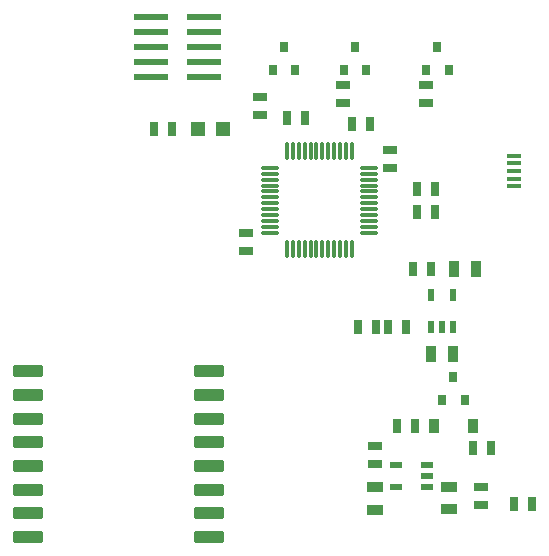
<source format=gtp>
G04 #@! TF.GenerationSoftware,KiCad,Pcbnew,6.0.2-378541a8eb~116~ubuntu20.04.1*
G04 #@! TF.CreationDate,2022-03-07T01:05:26+01:00*
G04 #@! TF.ProjectId,lora_sensor,6c6f7261-5f73-4656-9e73-6f722e6b6963,rev?*
G04 #@! TF.SameCoordinates,Original*
G04 #@! TF.FileFunction,Paste,Top*
G04 #@! TF.FilePolarity,Positive*
%FSLAX46Y46*%
G04 Gerber Fmt 4.6, Leading zero omitted, Abs format (unit mm)*
G04 Created by KiCad (PCBNEW 6.0.2-378541a8eb~116~ubuntu20.04.1) date 2022-03-07 01:05:26*
%MOMM*%
%LPD*%
G01*
G04 APERTURE LIST*
G04 Aperture macros list*
%AMRoundRect*
0 Rectangle with rounded corners*
0 $1 Rounding radius*
0 $2 $3 $4 $5 $6 $7 $8 $9 X,Y pos of 4 corners*
0 Add a 4 corners polygon primitive as box body*
4,1,4,$2,$3,$4,$5,$6,$7,$8,$9,$2,$3,0*
0 Add four circle primitives for the rounded corners*
1,1,$1+$1,$2,$3*
1,1,$1+$1,$4,$5*
1,1,$1+$1,$6,$7*
1,1,$1+$1,$8,$9*
0 Add four rect primitives between the rounded corners*
20,1,$1+$1,$2,$3,$4,$5,0*
20,1,$1+$1,$4,$5,$6,$7,0*
20,1,$1+$1,$6,$7,$8,$9,0*
20,1,$1+$1,$8,$9,$2,$3,0*%
G04 Aperture macros list end*
%ADD10R,1.143000X0.635000*%
%ADD11R,0.635000X1.143000*%
%ADD12R,1.397000X0.889000*%
%ADD13R,0.889000X1.397000*%
%ADD14R,0.800000X0.900000*%
%ADD15R,0.910000X1.220000*%
%ADD16R,1.300000X0.450000*%
%ADD17R,3.000000X0.600000*%
%ADD18R,1.198880X1.198880*%
%ADD19R,1.100000X0.600000*%
%ADD20R,0.600000X1.100000*%
%ADD21RoundRect,0.250000X-1.050000X-0.250000X1.050000X-0.250000X1.050000X0.250000X-1.050000X0.250000X0*%
%ADD22RoundRect,0.075000X-0.075000X0.662500X-0.075000X-0.662500X0.075000X-0.662500X0.075000X0.662500X0*%
%ADD23RoundRect,0.075000X-0.662500X0.075000X-0.662500X-0.075000X0.662500X-0.075000X0.662500X0.075000X0*%
G04 APERTURE END LIST*
D10*
G04 #@! TO.C,R112*
X149000000Y-85238000D03*
X149000000Y-86762000D03*
G04 #@! TD*
G04 #@! TO.C,R111*
X141999997Y-85237999D03*
X141999997Y-86761999D03*
G04 #@! TD*
G04 #@! TO.C,R110*
X135000000Y-86238000D03*
X135000000Y-87762000D03*
G04 #@! TD*
D11*
G04 #@! TO.C,R109*
X148238000Y-96000000D03*
X149762000Y-96000000D03*
G04 #@! TD*
G04 #@! TO.C,R108*
X148238000Y-94000000D03*
X149762000Y-94000000D03*
G04 #@! TD*
G04 #@! TO.C,R107*
X158012000Y-120750000D03*
X156488000Y-120750000D03*
G04 #@! TD*
D10*
G04 #@! TO.C,R106*
X153675000Y-120799000D03*
X153675000Y-119275000D03*
G04 #@! TD*
D11*
G04 #@! TO.C,R105*
X126037020Y-89000000D03*
X127561020Y-89000000D03*
G04 #@! TD*
G04 #@! TO.C,R104*
X143238000Y-105700000D03*
X144762000Y-105700000D03*
G04 #@! TD*
G04 #@! TO.C,R103*
X145838000Y-105700000D03*
X147362000Y-105700000D03*
G04 #@! TD*
G04 #@! TO.C,R102*
X148137000Y-114075000D03*
X146613000Y-114075000D03*
G04 #@! TD*
G04 #@! TO.C,R101*
X147911000Y-100838500D03*
X149435000Y-100838500D03*
G04 #@! TD*
G04 #@! TO.C,C114*
X137238000Y-88000000D03*
X138762000Y-88000000D03*
G04 #@! TD*
D10*
G04 #@! TO.C,C113*
X133750000Y-99262000D03*
X133750000Y-97738000D03*
G04 #@! TD*
G04 #@! TO.C,C112*
X146000000Y-90738000D03*
X146000000Y-92262000D03*
G04 #@! TD*
D11*
G04 #@! TO.C,C111*
X144262000Y-88500000D03*
X142738000Y-88500000D03*
G04 #@! TD*
D12*
G04 #@! TO.C,C106*
X144725005Y-121202501D03*
X144725005Y-119297501D03*
G04 #@! TD*
D10*
G04 #@! TO.C,C105*
X144724997Y-115838001D03*
X144724997Y-117362001D03*
G04 #@! TD*
D12*
G04 #@! TO.C,C104*
X150986500Y-121175502D03*
X150986500Y-119270502D03*
G04 #@! TD*
D11*
G04 #@! TO.C,C103*
X154512000Y-115975000D03*
X152988000Y-115975000D03*
G04 #@! TD*
D13*
G04 #@! TO.C,C102*
X149447500Y-108000000D03*
X151352500Y-108000000D03*
G04 #@! TD*
G04 #@! TO.C,C101*
X153298500Y-100827000D03*
X151393500Y-100827000D03*
G04 #@! TD*
D14*
G04 #@! TO.C,Q104*
X149050000Y-84000000D03*
X150950000Y-84000000D03*
X150000000Y-82000000D03*
G04 #@! TD*
G04 #@! TO.C,Q103*
X142050000Y-84000000D03*
X143950000Y-84000000D03*
X143000000Y-82000000D03*
G04 #@! TD*
G04 #@! TO.C,Q102*
X136050000Y-84000000D03*
X137950000Y-84000000D03*
X137000000Y-82000000D03*
G04 #@! TD*
D15*
G04 #@! TO.C,D101*
X149715000Y-114075000D03*
X152985000Y-114075000D03*
G04 #@! TD*
D16*
G04 #@! TO.C,J101*
X156520000Y-93805000D03*
X156520000Y-93155000D03*
X156520000Y-92505000D03*
X156520000Y-91855000D03*
X156520000Y-91205000D03*
G04 #@! TD*
D17*
G04 #@! TO.C,J104*
X125750000Y-79460000D03*
X130250000Y-79460000D03*
X125750000Y-80730000D03*
X130250000Y-80730000D03*
X125750000Y-82000000D03*
X130250000Y-82000000D03*
X125750000Y-83270000D03*
X130250000Y-83270000D03*
X125750000Y-84540000D03*
X130250000Y-84540000D03*
G04 #@! TD*
D18*
G04 #@! TO.C,D102*
X131848041Y-88999998D03*
X129750001Y-88999998D03*
G04 #@! TD*
D19*
G04 #@! TO.C,U104*
X149150000Y-119275000D03*
X149150000Y-118325000D03*
X149150000Y-117375000D03*
X146450000Y-117375000D03*
X146450000Y-119275000D03*
G04 #@! TD*
D20*
G04 #@! TO.C,U101*
X149448000Y-105688500D03*
X150398000Y-105688500D03*
X151348000Y-105688500D03*
X151348000Y-102988500D03*
X149448000Y-102988500D03*
G04 #@! TD*
D21*
G04 #@! TO.C,U103*
X115367500Y-109492500D03*
X115367500Y-111492500D03*
X115367500Y-113492500D03*
X115367500Y-115492500D03*
X115367500Y-117492500D03*
X115367500Y-119492500D03*
X115367500Y-121492500D03*
X115367500Y-123492500D03*
X130667500Y-123492500D03*
X130667500Y-121492500D03*
X130667500Y-119492500D03*
X130667500Y-117492500D03*
X130667500Y-115492500D03*
X130667500Y-113492500D03*
X130667500Y-111492500D03*
X130667500Y-109492500D03*
G04 #@! TD*
D22*
G04 #@! TO.C,U106*
X142750000Y-90837500D03*
X142250000Y-90837500D03*
X141750000Y-90837500D03*
X141250000Y-90837500D03*
X140750000Y-90837500D03*
X140250000Y-90837500D03*
X139750000Y-90837500D03*
X139250000Y-90837500D03*
X138750000Y-90837500D03*
X138250000Y-90837500D03*
X137750000Y-90837500D03*
X137250000Y-90837500D03*
D23*
X135837500Y-92250000D03*
X135837500Y-92750000D03*
X135837500Y-93250000D03*
X135837500Y-93750000D03*
X135837500Y-94250000D03*
X135837500Y-94750000D03*
X135837500Y-95250000D03*
X135837500Y-95750000D03*
X135837500Y-96250000D03*
X135837500Y-96750000D03*
X135837500Y-97250000D03*
X135837500Y-97750000D03*
D22*
X137250000Y-99162500D03*
X137750000Y-99162500D03*
X138250000Y-99162500D03*
X138750000Y-99162500D03*
X139250000Y-99162500D03*
X139750000Y-99162500D03*
X140250000Y-99162500D03*
X140750000Y-99162500D03*
X141250000Y-99162500D03*
X141750000Y-99162500D03*
X142250000Y-99162500D03*
X142750000Y-99162500D03*
D23*
X144162500Y-97750000D03*
X144162500Y-97250000D03*
X144162500Y-96750000D03*
X144162500Y-96250000D03*
X144162500Y-95750000D03*
X144162500Y-95250000D03*
X144162500Y-94750000D03*
X144162500Y-94250000D03*
X144162500Y-93750000D03*
X144162500Y-93250000D03*
X144162500Y-92750000D03*
X144162500Y-92250000D03*
G04 #@! TD*
D14*
G04 #@! TO.C,Q101*
X150398000Y-111938500D03*
X152298000Y-111938500D03*
X151348000Y-109938500D03*
G04 #@! TD*
M02*

</source>
